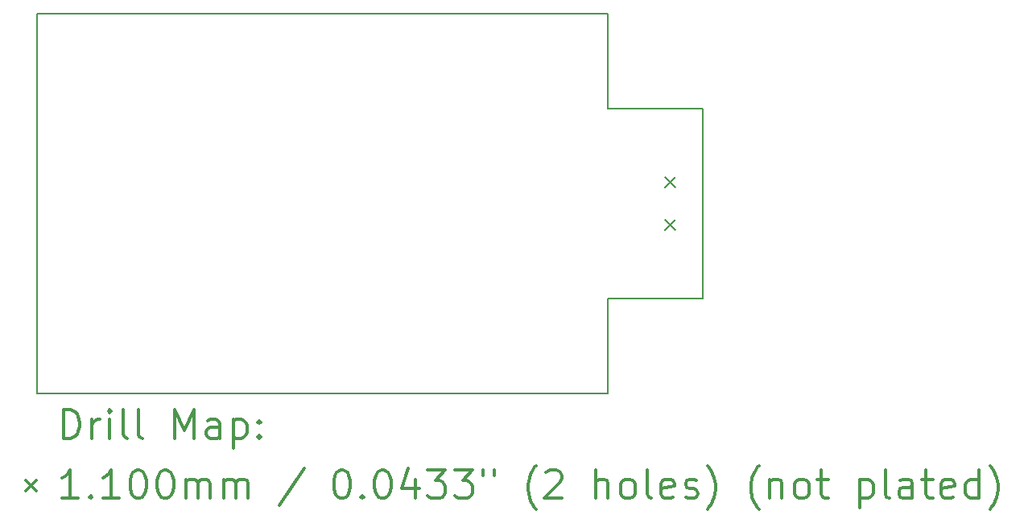
<source format=gbr>
%FSLAX45Y45*%
G04 Gerber Fmt 4.5, Leading zero omitted, Abs format (unit mm)*
G04 Created by KiCad (PCBNEW (5.1.12)-1) date 2023-03-06 18:56:20*
%MOMM*%
%LPD*%
G01*
G04 APERTURE LIST*
%TA.AperFunction,Profile*%
%ADD10C,0.150000*%
%TD*%
%ADD11C,0.200000*%
%ADD12C,0.300000*%
G04 APERTURE END LIST*
D10*
X11300000Y-9600000D02*
X5300000Y-9600000D01*
X11300000Y-10600000D02*
X11300000Y-9600000D01*
X12300000Y-10600000D02*
X11300000Y-10600000D01*
X12300000Y-12600000D02*
X12300000Y-10600000D01*
X11300000Y-12600000D02*
X12300000Y-12600000D01*
X11300000Y-13600000D02*
X11300000Y-12600000D01*
X5300000Y-13600000D02*
X11300000Y-13600000D01*
X5300000Y-9600000D02*
X5300000Y-13600000D01*
D11*
X11905000Y-11320000D02*
X12015000Y-11430000D01*
X12015000Y-11320000D02*
X11905000Y-11430000D01*
X11905000Y-11770000D02*
X12015000Y-11880000D01*
X12015000Y-11770000D02*
X11905000Y-11880000D01*
D12*
X5578928Y-14073214D02*
X5578928Y-13773214D01*
X5650357Y-13773214D01*
X5693214Y-13787500D01*
X5721786Y-13816071D01*
X5736071Y-13844643D01*
X5750357Y-13901786D01*
X5750357Y-13944643D01*
X5736071Y-14001786D01*
X5721786Y-14030357D01*
X5693214Y-14058929D01*
X5650357Y-14073214D01*
X5578928Y-14073214D01*
X5878928Y-14073214D02*
X5878928Y-13873214D01*
X5878928Y-13930357D02*
X5893214Y-13901786D01*
X5907500Y-13887500D01*
X5936071Y-13873214D01*
X5964643Y-13873214D01*
X6064643Y-14073214D02*
X6064643Y-13873214D01*
X6064643Y-13773214D02*
X6050357Y-13787500D01*
X6064643Y-13801786D01*
X6078928Y-13787500D01*
X6064643Y-13773214D01*
X6064643Y-13801786D01*
X6250357Y-14073214D02*
X6221786Y-14058929D01*
X6207500Y-14030357D01*
X6207500Y-13773214D01*
X6407500Y-14073214D02*
X6378928Y-14058929D01*
X6364643Y-14030357D01*
X6364643Y-13773214D01*
X6750357Y-14073214D02*
X6750357Y-13773214D01*
X6850357Y-13987500D01*
X6950357Y-13773214D01*
X6950357Y-14073214D01*
X7221786Y-14073214D02*
X7221786Y-13916071D01*
X7207500Y-13887500D01*
X7178928Y-13873214D01*
X7121786Y-13873214D01*
X7093214Y-13887500D01*
X7221786Y-14058929D02*
X7193214Y-14073214D01*
X7121786Y-14073214D01*
X7093214Y-14058929D01*
X7078928Y-14030357D01*
X7078928Y-14001786D01*
X7093214Y-13973214D01*
X7121786Y-13958929D01*
X7193214Y-13958929D01*
X7221786Y-13944643D01*
X7364643Y-13873214D02*
X7364643Y-14173214D01*
X7364643Y-13887500D02*
X7393214Y-13873214D01*
X7450357Y-13873214D01*
X7478928Y-13887500D01*
X7493214Y-13901786D01*
X7507500Y-13930357D01*
X7507500Y-14016071D01*
X7493214Y-14044643D01*
X7478928Y-14058929D01*
X7450357Y-14073214D01*
X7393214Y-14073214D01*
X7364643Y-14058929D01*
X7636071Y-14044643D02*
X7650357Y-14058929D01*
X7636071Y-14073214D01*
X7621786Y-14058929D01*
X7636071Y-14044643D01*
X7636071Y-14073214D01*
X7636071Y-13887500D02*
X7650357Y-13901786D01*
X7636071Y-13916071D01*
X7621786Y-13901786D01*
X7636071Y-13887500D01*
X7636071Y-13916071D01*
X5182500Y-14512500D02*
X5292500Y-14622500D01*
X5292500Y-14512500D02*
X5182500Y-14622500D01*
X5736071Y-14703214D02*
X5564643Y-14703214D01*
X5650357Y-14703214D02*
X5650357Y-14403214D01*
X5621786Y-14446071D01*
X5593214Y-14474643D01*
X5564643Y-14488929D01*
X5864643Y-14674643D02*
X5878928Y-14688929D01*
X5864643Y-14703214D01*
X5850357Y-14688929D01*
X5864643Y-14674643D01*
X5864643Y-14703214D01*
X6164643Y-14703214D02*
X5993214Y-14703214D01*
X6078928Y-14703214D02*
X6078928Y-14403214D01*
X6050357Y-14446071D01*
X6021786Y-14474643D01*
X5993214Y-14488929D01*
X6350357Y-14403214D02*
X6378928Y-14403214D01*
X6407500Y-14417500D01*
X6421786Y-14431786D01*
X6436071Y-14460357D01*
X6450357Y-14517500D01*
X6450357Y-14588929D01*
X6436071Y-14646071D01*
X6421786Y-14674643D01*
X6407500Y-14688929D01*
X6378928Y-14703214D01*
X6350357Y-14703214D01*
X6321786Y-14688929D01*
X6307500Y-14674643D01*
X6293214Y-14646071D01*
X6278928Y-14588929D01*
X6278928Y-14517500D01*
X6293214Y-14460357D01*
X6307500Y-14431786D01*
X6321786Y-14417500D01*
X6350357Y-14403214D01*
X6636071Y-14403214D02*
X6664643Y-14403214D01*
X6693214Y-14417500D01*
X6707500Y-14431786D01*
X6721786Y-14460357D01*
X6736071Y-14517500D01*
X6736071Y-14588929D01*
X6721786Y-14646071D01*
X6707500Y-14674643D01*
X6693214Y-14688929D01*
X6664643Y-14703214D01*
X6636071Y-14703214D01*
X6607500Y-14688929D01*
X6593214Y-14674643D01*
X6578928Y-14646071D01*
X6564643Y-14588929D01*
X6564643Y-14517500D01*
X6578928Y-14460357D01*
X6593214Y-14431786D01*
X6607500Y-14417500D01*
X6636071Y-14403214D01*
X6864643Y-14703214D02*
X6864643Y-14503214D01*
X6864643Y-14531786D02*
X6878928Y-14517500D01*
X6907500Y-14503214D01*
X6950357Y-14503214D01*
X6978928Y-14517500D01*
X6993214Y-14546071D01*
X6993214Y-14703214D01*
X6993214Y-14546071D02*
X7007500Y-14517500D01*
X7036071Y-14503214D01*
X7078928Y-14503214D01*
X7107500Y-14517500D01*
X7121786Y-14546071D01*
X7121786Y-14703214D01*
X7264643Y-14703214D02*
X7264643Y-14503214D01*
X7264643Y-14531786D02*
X7278928Y-14517500D01*
X7307500Y-14503214D01*
X7350357Y-14503214D01*
X7378928Y-14517500D01*
X7393214Y-14546071D01*
X7393214Y-14703214D01*
X7393214Y-14546071D02*
X7407500Y-14517500D01*
X7436071Y-14503214D01*
X7478928Y-14503214D01*
X7507500Y-14517500D01*
X7521786Y-14546071D01*
X7521786Y-14703214D01*
X8107500Y-14388929D02*
X7850357Y-14774643D01*
X8493214Y-14403214D02*
X8521786Y-14403214D01*
X8550357Y-14417500D01*
X8564643Y-14431786D01*
X8578928Y-14460357D01*
X8593214Y-14517500D01*
X8593214Y-14588929D01*
X8578928Y-14646071D01*
X8564643Y-14674643D01*
X8550357Y-14688929D01*
X8521786Y-14703214D01*
X8493214Y-14703214D01*
X8464643Y-14688929D01*
X8450357Y-14674643D01*
X8436071Y-14646071D01*
X8421786Y-14588929D01*
X8421786Y-14517500D01*
X8436071Y-14460357D01*
X8450357Y-14431786D01*
X8464643Y-14417500D01*
X8493214Y-14403214D01*
X8721786Y-14674643D02*
X8736071Y-14688929D01*
X8721786Y-14703214D01*
X8707500Y-14688929D01*
X8721786Y-14674643D01*
X8721786Y-14703214D01*
X8921786Y-14403214D02*
X8950357Y-14403214D01*
X8978928Y-14417500D01*
X8993214Y-14431786D01*
X9007500Y-14460357D01*
X9021786Y-14517500D01*
X9021786Y-14588929D01*
X9007500Y-14646071D01*
X8993214Y-14674643D01*
X8978928Y-14688929D01*
X8950357Y-14703214D01*
X8921786Y-14703214D01*
X8893214Y-14688929D01*
X8878928Y-14674643D01*
X8864643Y-14646071D01*
X8850357Y-14588929D01*
X8850357Y-14517500D01*
X8864643Y-14460357D01*
X8878928Y-14431786D01*
X8893214Y-14417500D01*
X8921786Y-14403214D01*
X9278928Y-14503214D02*
X9278928Y-14703214D01*
X9207500Y-14388929D02*
X9136071Y-14603214D01*
X9321786Y-14603214D01*
X9407500Y-14403214D02*
X9593214Y-14403214D01*
X9493214Y-14517500D01*
X9536071Y-14517500D01*
X9564643Y-14531786D01*
X9578928Y-14546071D01*
X9593214Y-14574643D01*
X9593214Y-14646071D01*
X9578928Y-14674643D01*
X9564643Y-14688929D01*
X9536071Y-14703214D01*
X9450357Y-14703214D01*
X9421786Y-14688929D01*
X9407500Y-14674643D01*
X9693214Y-14403214D02*
X9878928Y-14403214D01*
X9778928Y-14517500D01*
X9821786Y-14517500D01*
X9850357Y-14531786D01*
X9864643Y-14546071D01*
X9878928Y-14574643D01*
X9878928Y-14646071D01*
X9864643Y-14674643D01*
X9850357Y-14688929D01*
X9821786Y-14703214D01*
X9736071Y-14703214D01*
X9707500Y-14688929D01*
X9693214Y-14674643D01*
X9993214Y-14403214D02*
X9993214Y-14460357D01*
X10107500Y-14403214D02*
X10107500Y-14460357D01*
X10550357Y-14817500D02*
X10536071Y-14803214D01*
X10507500Y-14760357D01*
X10493214Y-14731786D01*
X10478928Y-14688929D01*
X10464643Y-14617500D01*
X10464643Y-14560357D01*
X10478928Y-14488929D01*
X10493214Y-14446071D01*
X10507500Y-14417500D01*
X10536071Y-14374643D01*
X10550357Y-14360357D01*
X10650357Y-14431786D02*
X10664643Y-14417500D01*
X10693214Y-14403214D01*
X10764643Y-14403214D01*
X10793214Y-14417500D01*
X10807500Y-14431786D01*
X10821786Y-14460357D01*
X10821786Y-14488929D01*
X10807500Y-14531786D01*
X10636071Y-14703214D01*
X10821786Y-14703214D01*
X11178928Y-14703214D02*
X11178928Y-14403214D01*
X11307500Y-14703214D02*
X11307500Y-14546071D01*
X11293214Y-14517500D01*
X11264643Y-14503214D01*
X11221786Y-14503214D01*
X11193214Y-14517500D01*
X11178928Y-14531786D01*
X11493214Y-14703214D02*
X11464643Y-14688929D01*
X11450357Y-14674643D01*
X11436071Y-14646071D01*
X11436071Y-14560357D01*
X11450357Y-14531786D01*
X11464643Y-14517500D01*
X11493214Y-14503214D01*
X11536071Y-14503214D01*
X11564643Y-14517500D01*
X11578928Y-14531786D01*
X11593214Y-14560357D01*
X11593214Y-14646071D01*
X11578928Y-14674643D01*
X11564643Y-14688929D01*
X11536071Y-14703214D01*
X11493214Y-14703214D01*
X11764643Y-14703214D02*
X11736071Y-14688929D01*
X11721786Y-14660357D01*
X11721786Y-14403214D01*
X11993214Y-14688929D02*
X11964643Y-14703214D01*
X11907500Y-14703214D01*
X11878928Y-14688929D01*
X11864643Y-14660357D01*
X11864643Y-14546071D01*
X11878928Y-14517500D01*
X11907500Y-14503214D01*
X11964643Y-14503214D01*
X11993214Y-14517500D01*
X12007500Y-14546071D01*
X12007500Y-14574643D01*
X11864643Y-14603214D01*
X12121786Y-14688929D02*
X12150357Y-14703214D01*
X12207500Y-14703214D01*
X12236071Y-14688929D01*
X12250357Y-14660357D01*
X12250357Y-14646071D01*
X12236071Y-14617500D01*
X12207500Y-14603214D01*
X12164643Y-14603214D01*
X12136071Y-14588929D01*
X12121786Y-14560357D01*
X12121786Y-14546071D01*
X12136071Y-14517500D01*
X12164643Y-14503214D01*
X12207500Y-14503214D01*
X12236071Y-14517500D01*
X12350357Y-14817500D02*
X12364643Y-14803214D01*
X12393214Y-14760357D01*
X12407500Y-14731786D01*
X12421786Y-14688929D01*
X12436071Y-14617500D01*
X12436071Y-14560357D01*
X12421786Y-14488929D01*
X12407500Y-14446071D01*
X12393214Y-14417500D01*
X12364643Y-14374643D01*
X12350357Y-14360357D01*
X12893214Y-14817500D02*
X12878928Y-14803214D01*
X12850357Y-14760357D01*
X12836071Y-14731786D01*
X12821786Y-14688929D01*
X12807500Y-14617500D01*
X12807500Y-14560357D01*
X12821786Y-14488929D01*
X12836071Y-14446071D01*
X12850357Y-14417500D01*
X12878928Y-14374643D01*
X12893214Y-14360357D01*
X13007500Y-14503214D02*
X13007500Y-14703214D01*
X13007500Y-14531786D02*
X13021786Y-14517500D01*
X13050357Y-14503214D01*
X13093214Y-14503214D01*
X13121786Y-14517500D01*
X13136071Y-14546071D01*
X13136071Y-14703214D01*
X13321786Y-14703214D02*
X13293214Y-14688929D01*
X13278928Y-14674643D01*
X13264643Y-14646071D01*
X13264643Y-14560357D01*
X13278928Y-14531786D01*
X13293214Y-14517500D01*
X13321786Y-14503214D01*
X13364643Y-14503214D01*
X13393214Y-14517500D01*
X13407500Y-14531786D01*
X13421786Y-14560357D01*
X13421786Y-14646071D01*
X13407500Y-14674643D01*
X13393214Y-14688929D01*
X13364643Y-14703214D01*
X13321786Y-14703214D01*
X13507500Y-14503214D02*
X13621786Y-14503214D01*
X13550357Y-14403214D02*
X13550357Y-14660357D01*
X13564643Y-14688929D01*
X13593214Y-14703214D01*
X13621786Y-14703214D01*
X13950357Y-14503214D02*
X13950357Y-14803214D01*
X13950357Y-14517500D02*
X13978928Y-14503214D01*
X14036071Y-14503214D01*
X14064643Y-14517500D01*
X14078928Y-14531786D01*
X14093214Y-14560357D01*
X14093214Y-14646071D01*
X14078928Y-14674643D01*
X14064643Y-14688929D01*
X14036071Y-14703214D01*
X13978928Y-14703214D01*
X13950357Y-14688929D01*
X14264643Y-14703214D02*
X14236071Y-14688929D01*
X14221786Y-14660357D01*
X14221786Y-14403214D01*
X14507500Y-14703214D02*
X14507500Y-14546071D01*
X14493214Y-14517500D01*
X14464643Y-14503214D01*
X14407500Y-14503214D01*
X14378928Y-14517500D01*
X14507500Y-14688929D02*
X14478928Y-14703214D01*
X14407500Y-14703214D01*
X14378928Y-14688929D01*
X14364643Y-14660357D01*
X14364643Y-14631786D01*
X14378928Y-14603214D01*
X14407500Y-14588929D01*
X14478928Y-14588929D01*
X14507500Y-14574643D01*
X14607500Y-14503214D02*
X14721786Y-14503214D01*
X14650357Y-14403214D02*
X14650357Y-14660357D01*
X14664643Y-14688929D01*
X14693214Y-14703214D01*
X14721786Y-14703214D01*
X14936071Y-14688929D02*
X14907500Y-14703214D01*
X14850357Y-14703214D01*
X14821786Y-14688929D01*
X14807500Y-14660357D01*
X14807500Y-14546071D01*
X14821786Y-14517500D01*
X14850357Y-14503214D01*
X14907500Y-14503214D01*
X14936071Y-14517500D01*
X14950357Y-14546071D01*
X14950357Y-14574643D01*
X14807500Y-14603214D01*
X15207500Y-14703214D02*
X15207500Y-14403214D01*
X15207500Y-14688929D02*
X15178928Y-14703214D01*
X15121786Y-14703214D01*
X15093214Y-14688929D01*
X15078928Y-14674643D01*
X15064643Y-14646071D01*
X15064643Y-14560357D01*
X15078928Y-14531786D01*
X15093214Y-14517500D01*
X15121786Y-14503214D01*
X15178928Y-14503214D01*
X15207500Y-14517500D01*
X15321786Y-14817500D02*
X15336071Y-14803214D01*
X15364643Y-14760357D01*
X15378928Y-14731786D01*
X15393214Y-14688929D01*
X15407500Y-14617500D01*
X15407500Y-14560357D01*
X15393214Y-14488929D01*
X15378928Y-14446071D01*
X15364643Y-14417500D01*
X15336071Y-14374643D01*
X15321786Y-14360357D01*
M02*

</source>
